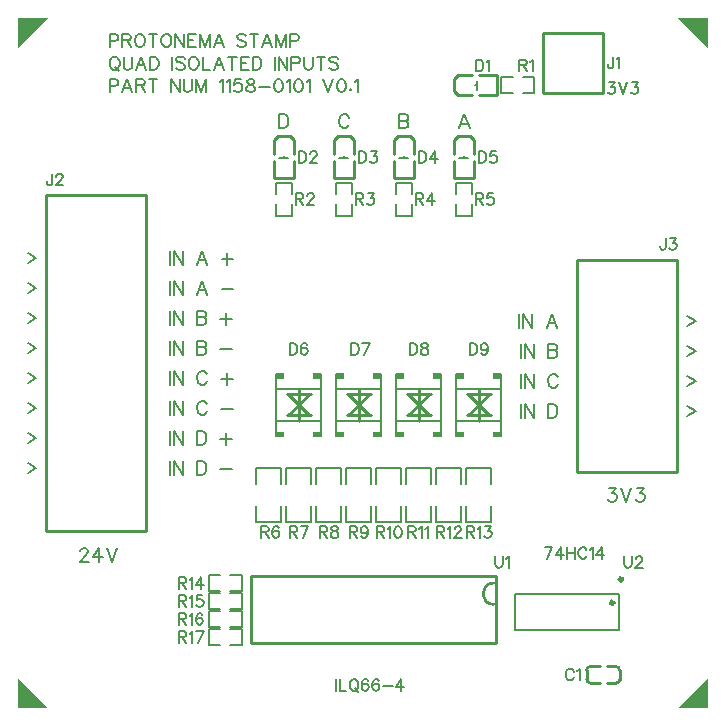
<source format=gto>
G04 Layer: TopSilkscreenLayer*
G04 Panelize: , Column: 2, Row: 2, Board Size: 58.42mm x 58.42mm, Panelized Board Size: 118.84mm x 118.84mm*
G04 EasyEDA v6.5.34, 2023-10-07 22:52:34*
G04 b7e43a5b2ceb43bf805b1727b84d9839,5a6b42c53f6a479593ecc07194224c93,10*
G04 Gerber Generator version 0.2*
G04 Scale: 100 percent, Rotated: No, Reflected: No *
G04 Dimensions in millimeters *
G04 leading zeros omitted , absolute positions ,4 integer and 5 decimal *
%FSLAX45Y45*%
%MOMM*%

%ADD10C,0.1524*%
%ADD11C,0.2540*%
%ADD12C,0.2030*%
%ADD13C,0.3000*%

%LPD*%
D10*
X774700Y5322315D02*
G01*
X774700Y5213350D01*
X774700Y5322315D02*
G01*
X821436Y5322315D01*
X836929Y5317236D01*
X842263Y5311902D01*
X847344Y5301487D01*
X847344Y5285994D01*
X842263Y5275579D01*
X836929Y5270500D01*
X821436Y5265165D01*
X774700Y5265165D01*
X923289Y5322315D02*
G01*
X881634Y5213350D01*
X923289Y5322315D02*
G01*
X964945Y5213350D01*
X897381Y5249671D02*
G01*
X949197Y5249671D01*
X999236Y5322315D02*
G01*
X999236Y5213350D01*
X999236Y5322315D02*
G01*
X1045971Y5322315D01*
X1061465Y5317236D01*
X1066800Y5311902D01*
X1071879Y5301487D01*
X1071879Y5291073D01*
X1066800Y5280660D01*
X1061465Y5275579D01*
X1045971Y5270500D01*
X999236Y5270500D01*
X1035557Y5270500D02*
G01*
X1071879Y5213350D01*
X1142492Y5322315D02*
G01*
X1142492Y5213350D01*
X1106170Y5322315D02*
G01*
X1178813Y5322315D01*
X1293113Y5322315D02*
G01*
X1293113Y5213350D01*
X1293113Y5322315D02*
G01*
X1366012Y5213350D01*
X1366012Y5322315D02*
G01*
X1366012Y5213350D01*
X1400302Y5322315D02*
G01*
X1400302Y5244337D01*
X1405381Y5228844D01*
X1415795Y5218429D01*
X1431289Y5213350D01*
X1441704Y5213350D01*
X1457452Y5218429D01*
X1467865Y5228844D01*
X1472945Y5244337D01*
X1472945Y5322315D01*
X1507236Y5322315D02*
G01*
X1507236Y5213350D01*
X1507236Y5322315D02*
G01*
X1548892Y5213350D01*
X1590294Y5322315D02*
G01*
X1548892Y5213350D01*
X1590294Y5322315D02*
G01*
X1590294Y5213350D01*
X1704594Y5301487D02*
G01*
X1715007Y5306821D01*
X1730755Y5322315D01*
X1730755Y5213350D01*
X1765045Y5301487D02*
G01*
X1775460Y5306821D01*
X1790954Y5322315D01*
X1790954Y5213350D01*
X1887473Y5322315D02*
G01*
X1835657Y5322315D01*
X1830323Y5275579D01*
X1835657Y5280660D01*
X1851152Y5285994D01*
X1866900Y5285994D01*
X1882394Y5280660D01*
X1892807Y5270500D01*
X1897887Y5254752D01*
X1897887Y5244337D01*
X1892807Y5228844D01*
X1882394Y5218429D01*
X1866900Y5213350D01*
X1851152Y5213350D01*
X1835657Y5218429D01*
X1830323Y5223510D01*
X1825244Y5233923D01*
X1958340Y5322315D02*
G01*
X1942591Y5317236D01*
X1937511Y5306821D01*
X1937511Y5296407D01*
X1942591Y5285994D01*
X1953006Y5280660D01*
X1973834Y5275579D01*
X1989327Y5270500D01*
X1999741Y5260086D01*
X2005075Y5249671D01*
X2005075Y5233923D01*
X1999741Y5223510D01*
X1994661Y5218429D01*
X1978913Y5213350D01*
X1958340Y5213350D01*
X1942591Y5218429D01*
X1937511Y5223510D01*
X1932177Y5233923D01*
X1932177Y5249671D01*
X1937511Y5260086D01*
X1947925Y5270500D01*
X1963420Y5275579D01*
X1984247Y5280660D01*
X1994661Y5285994D01*
X1999741Y5296407D01*
X1999741Y5306821D01*
X1994661Y5317236D01*
X1978913Y5322315D01*
X1958340Y5322315D01*
X2039365Y5260086D02*
G01*
X2132838Y5260086D01*
X2198370Y5322315D02*
G01*
X2182622Y5317236D01*
X2172208Y5301487D01*
X2167127Y5275579D01*
X2167127Y5260086D01*
X2172208Y5233923D01*
X2182622Y5218429D01*
X2198370Y5213350D01*
X2208529Y5213350D01*
X2224277Y5218429D01*
X2234691Y5233923D01*
X2239772Y5260086D01*
X2239772Y5275579D01*
X2234691Y5301487D01*
X2224277Y5317236D01*
X2208529Y5322315D01*
X2198370Y5322315D01*
X2274061Y5301487D02*
G01*
X2284475Y5306821D01*
X2299970Y5322315D01*
X2299970Y5213350D01*
X2365502Y5322315D02*
G01*
X2350008Y5317236D01*
X2339593Y5301487D01*
X2334259Y5275579D01*
X2334259Y5260086D01*
X2339593Y5233923D01*
X2350008Y5218429D01*
X2365502Y5213350D01*
X2375915Y5213350D01*
X2391409Y5218429D01*
X2401824Y5233923D01*
X2407158Y5260086D01*
X2407158Y5275579D01*
X2401824Y5301487D01*
X2391409Y5317236D01*
X2375915Y5322315D01*
X2365502Y5322315D01*
X2441447Y5301487D02*
G01*
X2451861Y5306821D01*
X2467356Y5322315D01*
X2467356Y5213350D01*
X2581656Y5322315D02*
G01*
X2623311Y5213350D01*
X2664713Y5322315D02*
G01*
X2623311Y5213350D01*
X2730245Y5322315D02*
G01*
X2714752Y5317236D01*
X2704338Y5301487D01*
X2699004Y5275579D01*
X2699004Y5260086D01*
X2704338Y5233923D01*
X2714752Y5218429D01*
X2730245Y5213350D01*
X2740659Y5213350D01*
X2756154Y5218429D01*
X2766568Y5233923D01*
X2771902Y5260086D01*
X2771902Y5275579D01*
X2766568Y5301487D01*
X2756154Y5317236D01*
X2740659Y5322315D01*
X2730245Y5322315D01*
X2811272Y5239257D02*
G01*
X2806191Y5233923D01*
X2811272Y5228844D01*
X2816606Y5233923D01*
X2811272Y5239257D01*
X2850895Y5301487D02*
G01*
X2861309Y5306821D01*
X2876804Y5322315D01*
X2876804Y5213350D01*
X805942Y5512815D02*
G01*
X795528Y5507736D01*
X785113Y5497321D01*
X779779Y5486907D01*
X774700Y5471160D01*
X774700Y5445252D01*
X779779Y5429757D01*
X785113Y5419344D01*
X795528Y5408929D01*
X805942Y5403850D01*
X826770Y5403850D01*
X836929Y5408929D01*
X847344Y5419344D01*
X852678Y5429757D01*
X857757Y5445252D01*
X857757Y5471160D01*
X852678Y5486907D01*
X847344Y5497321D01*
X836929Y5507736D01*
X826770Y5512815D01*
X805942Y5512815D01*
X821436Y5424423D02*
G01*
X852678Y5393436D01*
X892047Y5512815D02*
G01*
X892047Y5434837D01*
X897381Y5419344D01*
X907795Y5408929D01*
X923289Y5403850D01*
X933704Y5403850D01*
X949197Y5408929D01*
X959612Y5419344D01*
X964945Y5434837D01*
X964945Y5512815D01*
X1040637Y5512815D02*
G01*
X999236Y5403850D01*
X1040637Y5512815D02*
G01*
X1082294Y5403850D01*
X1014729Y5440171D02*
G01*
X1066800Y5440171D01*
X1116584Y5512815D02*
G01*
X1116584Y5403850D01*
X1116584Y5512815D02*
G01*
X1152905Y5512815D01*
X1168400Y5507736D01*
X1178813Y5497321D01*
X1184147Y5486907D01*
X1189228Y5471160D01*
X1189228Y5445252D01*
X1184147Y5429757D01*
X1178813Y5419344D01*
X1168400Y5408929D01*
X1152905Y5403850D01*
X1116584Y5403850D01*
X1303528Y5512815D02*
G01*
X1303528Y5403850D01*
X1410715Y5497321D02*
G01*
X1400302Y5507736D01*
X1384554Y5512815D01*
X1363979Y5512815D01*
X1348231Y5507736D01*
X1337818Y5497321D01*
X1337818Y5486907D01*
X1343152Y5476494D01*
X1348231Y5471160D01*
X1358645Y5466079D01*
X1389887Y5455665D01*
X1400302Y5450586D01*
X1405381Y5445252D01*
X1410715Y5434837D01*
X1410715Y5419344D01*
X1400302Y5408929D01*
X1384554Y5403850D01*
X1363979Y5403850D01*
X1348231Y5408929D01*
X1337818Y5419344D01*
X1475994Y5512815D02*
G01*
X1465579Y5507736D01*
X1455420Y5497321D01*
X1450086Y5486907D01*
X1445005Y5471160D01*
X1445005Y5445252D01*
X1450086Y5429757D01*
X1455420Y5419344D01*
X1465579Y5408929D01*
X1475994Y5403850D01*
X1496821Y5403850D01*
X1507236Y5408929D01*
X1517650Y5419344D01*
X1522729Y5429757D01*
X1528063Y5445252D01*
X1528063Y5471160D01*
X1522729Y5486907D01*
X1517650Y5497321D01*
X1507236Y5507736D01*
X1496821Y5512815D01*
X1475994Y5512815D01*
X1562354Y5512815D02*
G01*
X1562354Y5403850D01*
X1562354Y5403850D02*
G01*
X1624584Y5403850D01*
X1700529Y5512815D02*
G01*
X1658873Y5403850D01*
X1700529Y5512815D02*
G01*
X1742186Y5403850D01*
X1674621Y5440171D02*
G01*
X1726437Y5440171D01*
X1812797Y5512815D02*
G01*
X1812797Y5403850D01*
X1776476Y5512815D02*
G01*
X1849120Y5512815D01*
X1883410Y5512815D02*
G01*
X1883410Y5403850D01*
X1883410Y5512815D02*
G01*
X1950974Y5512815D01*
X1883410Y5461000D02*
G01*
X1925065Y5461000D01*
X1883410Y5403850D02*
G01*
X1950974Y5403850D01*
X1985263Y5512815D02*
G01*
X1985263Y5403850D01*
X1985263Y5512815D02*
G01*
X2021586Y5512815D01*
X2037079Y5507736D01*
X2047493Y5497321D01*
X2052827Y5486907D01*
X2057908Y5471160D01*
X2057908Y5445252D01*
X2052827Y5429757D01*
X2047493Y5419344D01*
X2037079Y5408929D01*
X2021586Y5403850D01*
X1985263Y5403850D01*
X2172208Y5512815D02*
G01*
X2172208Y5403850D01*
X2206497Y5512815D02*
G01*
X2206497Y5403850D01*
X2206497Y5512815D02*
G01*
X2279395Y5403850D01*
X2279395Y5512815D02*
G01*
X2279395Y5403850D01*
X2313686Y5512815D02*
G01*
X2313686Y5403850D01*
X2313686Y5512815D02*
G01*
X2360422Y5512815D01*
X2375915Y5507736D01*
X2381250Y5502402D01*
X2386329Y5491987D01*
X2386329Y5476494D01*
X2381250Y5466079D01*
X2375915Y5461000D01*
X2360422Y5455665D01*
X2313686Y5455665D01*
X2420620Y5512815D02*
G01*
X2420620Y5434837D01*
X2425700Y5419344D01*
X2436113Y5408929D01*
X2451861Y5403850D01*
X2462275Y5403850D01*
X2477770Y5408929D01*
X2488184Y5419344D01*
X2493263Y5434837D01*
X2493263Y5512815D01*
X2564129Y5512815D02*
G01*
X2564129Y5403850D01*
X2527554Y5512815D02*
G01*
X2600452Y5512815D01*
X2707386Y5497321D02*
G01*
X2696972Y5507736D01*
X2681477Y5512815D01*
X2660650Y5512815D01*
X2645156Y5507736D01*
X2634741Y5497321D01*
X2634741Y5486907D01*
X2639822Y5476494D01*
X2645156Y5471160D01*
X2655570Y5466079D01*
X2686558Y5455665D01*
X2696972Y5450586D01*
X2702306Y5445252D01*
X2707386Y5434837D01*
X2707386Y5419344D01*
X2696972Y5408929D01*
X2681477Y5403850D01*
X2660650Y5403850D01*
X2645156Y5408929D01*
X2634741Y5419344D01*
X774700Y5703315D02*
G01*
X774700Y5594350D01*
X774700Y5703315D02*
G01*
X821436Y5703315D01*
X836929Y5698236D01*
X842263Y5692902D01*
X847344Y5682487D01*
X847344Y5666994D01*
X842263Y5656579D01*
X836929Y5651500D01*
X821436Y5646165D01*
X774700Y5646165D01*
X881634Y5703315D02*
G01*
X881634Y5594350D01*
X881634Y5703315D02*
G01*
X928370Y5703315D01*
X944118Y5698236D01*
X949197Y5692902D01*
X954531Y5682487D01*
X954531Y5672073D01*
X949197Y5661660D01*
X944118Y5656579D01*
X928370Y5651500D01*
X881634Y5651500D01*
X918210Y5651500D02*
G01*
X954531Y5594350D01*
X1019810Y5703315D02*
G01*
X1009650Y5698236D01*
X999236Y5687821D01*
X993902Y5677407D01*
X988821Y5661660D01*
X988821Y5635752D01*
X993902Y5620257D01*
X999236Y5609844D01*
X1009650Y5599429D01*
X1019810Y5594350D01*
X1040637Y5594350D01*
X1051052Y5599429D01*
X1061465Y5609844D01*
X1066800Y5620257D01*
X1071879Y5635752D01*
X1071879Y5661660D01*
X1066800Y5677407D01*
X1061465Y5687821D01*
X1051052Y5698236D01*
X1040637Y5703315D01*
X1019810Y5703315D01*
X1142492Y5703315D02*
G01*
X1142492Y5594350D01*
X1106170Y5703315D02*
G01*
X1178813Y5703315D01*
X1244345Y5703315D02*
G01*
X1233931Y5698236D01*
X1223518Y5687821D01*
X1218437Y5677407D01*
X1213104Y5661660D01*
X1213104Y5635752D01*
X1218437Y5620257D01*
X1223518Y5609844D01*
X1233931Y5599429D01*
X1244345Y5594350D01*
X1265173Y5594350D01*
X1275587Y5599429D01*
X1286002Y5609844D01*
X1291081Y5620257D01*
X1296415Y5635752D01*
X1296415Y5661660D01*
X1291081Y5677407D01*
X1286002Y5687821D01*
X1275587Y5698236D01*
X1265173Y5703315D01*
X1244345Y5703315D01*
X1330705Y5703315D02*
G01*
X1330705Y5594350D01*
X1330705Y5703315D02*
G01*
X1403350Y5594350D01*
X1403350Y5703315D02*
G01*
X1403350Y5594350D01*
X1437639Y5703315D02*
G01*
X1437639Y5594350D01*
X1437639Y5703315D02*
G01*
X1505204Y5703315D01*
X1437639Y5651500D02*
G01*
X1479295Y5651500D01*
X1437639Y5594350D02*
G01*
X1505204Y5594350D01*
X1539494Y5703315D02*
G01*
X1539494Y5594350D01*
X1539494Y5703315D02*
G01*
X1581150Y5594350D01*
X1622552Y5703315D02*
G01*
X1581150Y5594350D01*
X1622552Y5703315D02*
G01*
X1622552Y5594350D01*
X1698497Y5703315D02*
G01*
X1656842Y5594350D01*
X1698497Y5703315D02*
G01*
X1739900Y5594350D01*
X1672589Y5630671D02*
G01*
X1724405Y5630671D01*
X1927097Y5687821D02*
G01*
X1916684Y5698236D01*
X1901189Y5703315D01*
X1880362Y5703315D01*
X1864613Y5698236D01*
X1854200Y5687821D01*
X1854200Y5677407D01*
X1859534Y5666994D01*
X1864613Y5661660D01*
X1875028Y5656579D01*
X1906270Y5646165D01*
X1916684Y5641086D01*
X1921763Y5635752D01*
X1927097Y5625337D01*
X1927097Y5609844D01*
X1916684Y5599429D01*
X1901189Y5594350D01*
X1880362Y5594350D01*
X1864613Y5599429D01*
X1854200Y5609844D01*
X1997709Y5703315D02*
G01*
X1997709Y5594350D01*
X1961388Y5703315D02*
G01*
X2034031Y5703315D01*
X2109977Y5703315D02*
G01*
X2068322Y5594350D01*
X2109977Y5703315D02*
G01*
X2151379Y5594350D01*
X2084070Y5630671D02*
G01*
X2135886Y5630671D01*
X2185670Y5703315D02*
G01*
X2185670Y5594350D01*
X2185670Y5703315D02*
G01*
X2227325Y5594350D01*
X2268981Y5703315D02*
G01*
X2227325Y5594350D01*
X2268981Y5703315D02*
G01*
X2268981Y5594350D01*
X2303272Y5703315D02*
G01*
X2303272Y5594350D01*
X2303272Y5703315D02*
G01*
X2350008Y5703315D01*
X2365502Y5698236D01*
X2370836Y5692902D01*
X2375915Y5682487D01*
X2375915Y5666994D01*
X2370836Y5656579D01*
X2365502Y5651500D01*
X2350008Y5646165D01*
X2303272Y5646165D01*
X5036565Y5511037D02*
G01*
X5036565Y5438394D01*
X5031993Y5424678D01*
X5027422Y5420105D01*
X5018277Y5415534D01*
X5009388Y5415534D01*
X5000243Y5420105D01*
X4995672Y5424678D01*
X4991100Y5438394D01*
X4991100Y5447537D01*
X5066538Y5493004D02*
G01*
X5075681Y5497576D01*
X5089397Y5511037D01*
X5089397Y5415534D01*
X5000243Y5295137D02*
G01*
X5050281Y5295137D01*
X5022850Y5258815D01*
X5036565Y5258815D01*
X5045709Y5254244D01*
X5050281Y5249671D01*
X5054854Y5236210D01*
X5054854Y5227065D01*
X5050281Y5213350D01*
X5041138Y5204205D01*
X5027422Y5199634D01*
X5013706Y5199634D01*
X5000243Y5204205D01*
X4995672Y5208778D01*
X4991100Y5217921D01*
X5084825Y5295137D02*
G01*
X5121147Y5199634D01*
X5157470Y5295137D02*
G01*
X5121147Y5199634D01*
X5196586Y5295137D02*
G01*
X5246624Y5295137D01*
X5219191Y5258815D01*
X5232908Y5258815D01*
X5242052Y5254244D01*
X5246624Y5249671D01*
X5251195Y5236210D01*
X5251195Y5227065D01*
X5246624Y5213350D01*
X5237479Y5204205D01*
X5223763Y5199634D01*
X5210302Y5199634D01*
X5196586Y5204205D01*
X5192013Y5208778D01*
X5187441Y5217921D01*
X5664200Y3313176D02*
G01*
X5736843Y3272281D01*
X5664200Y3231134D01*
X5664200Y2551176D02*
G01*
X5736843Y2510281D01*
X5664200Y2469134D01*
X5481065Y3974337D02*
G01*
X5481065Y3901694D01*
X5476493Y3887978D01*
X5471922Y3883405D01*
X5462777Y3878834D01*
X5453888Y3878834D01*
X5444743Y3883405D01*
X5440172Y3887978D01*
X5435600Y3901694D01*
X5435600Y3910837D01*
X5520181Y3974337D02*
G01*
X5570220Y3974337D01*
X5542788Y3938015D01*
X5556504Y3938015D01*
X5565647Y3933444D01*
X5570220Y3928871D01*
X5574791Y3915410D01*
X5574791Y3906265D01*
X5570220Y3892550D01*
X5561075Y3883405D01*
X5547359Y3878834D01*
X5533897Y3878834D01*
X5520181Y3883405D01*
X5515609Y3887978D01*
X5511038Y3897121D01*
X4241800Y3334257D02*
G01*
X4241800Y3219704D01*
X4277868Y3334257D02*
G01*
X4277868Y3219704D01*
X4277868Y3334257D02*
G01*
X4354068Y3219704D01*
X4354068Y3334257D02*
G01*
X4354068Y3219704D01*
X4517897Y3334257D02*
G01*
X4474209Y3219704D01*
X4517897Y3334257D02*
G01*
X4561331Y3219704D01*
X4490465Y3257804D02*
G01*
X4545075Y3257804D01*
X4254500Y3080257D02*
G01*
X4254500Y2965704D01*
X4290568Y3080257D02*
G01*
X4290568Y2965704D01*
X4290568Y3080257D02*
G01*
X4366768Y2965704D01*
X4366768Y3080257D02*
G01*
X4366768Y2965704D01*
X4486909Y3080257D02*
G01*
X4486909Y2965704D01*
X4486909Y3080257D02*
G01*
X4535931Y3080257D01*
X4552441Y3074670D01*
X4557775Y3069336D01*
X4563109Y3058413D01*
X4563109Y3047492D01*
X4557775Y3036570D01*
X4552441Y3030981D01*
X4535931Y3025647D01*
X4486909Y3025647D02*
G01*
X4535931Y3025647D01*
X4552441Y3020313D01*
X4557775Y3014726D01*
X4563109Y3003804D01*
X4563109Y2987547D01*
X4557775Y2976626D01*
X4552441Y2971037D01*
X4535931Y2965704D01*
X4486909Y2965704D01*
X5664200Y3059176D02*
G01*
X5736843Y3018281D01*
X5664200Y2977134D01*
X5664200Y2805176D02*
G01*
X5736843Y2764281D01*
X5664200Y2723134D01*
X4254500Y2826257D02*
G01*
X4254500Y2711704D01*
X4290568Y2826257D02*
G01*
X4290568Y2711704D01*
X4290568Y2826257D02*
G01*
X4366768Y2711704D01*
X4366768Y2826257D02*
G01*
X4366768Y2711704D01*
X4568697Y2798826D02*
G01*
X4563109Y2809747D01*
X4552441Y2820670D01*
X4541520Y2826257D01*
X4519675Y2826257D01*
X4508754Y2820670D01*
X4497831Y2809747D01*
X4492243Y2798826D01*
X4486909Y2782570D01*
X4486909Y2755392D01*
X4492243Y2738881D01*
X4497831Y2727960D01*
X4508754Y2717037D01*
X4519675Y2711704D01*
X4541520Y2711704D01*
X4552441Y2717037D01*
X4563109Y2727960D01*
X4568697Y2738881D01*
X4254500Y2572257D02*
G01*
X4254500Y2457704D01*
X4290568Y2572257D02*
G01*
X4290568Y2457704D01*
X4290568Y2572257D02*
G01*
X4366768Y2457704D01*
X4366768Y2572257D02*
G01*
X4366768Y2457704D01*
X4486909Y2572257D02*
G01*
X4486909Y2457704D01*
X4486909Y2572257D02*
G01*
X4525009Y2572257D01*
X4541520Y2566670D01*
X4552441Y2555747D01*
X4557775Y2544826D01*
X4563109Y2528570D01*
X4563109Y2501392D01*
X4557775Y2484881D01*
X4552441Y2473960D01*
X4541520Y2463037D01*
X4525009Y2457704D01*
X4486909Y2457704D01*
X79827Y3004118D02*
G01*
X152471Y3045012D01*
X79827Y3085906D01*
X79827Y1988118D02*
G01*
X152471Y2029012D01*
X79827Y2069906D01*
X79827Y2242118D02*
G01*
X152471Y2283012D01*
X79827Y2323906D01*
X79827Y2750118D02*
G01*
X152471Y2791012D01*
X79827Y2831906D01*
X79827Y3512118D02*
G01*
X152471Y3553012D01*
X79827Y3593906D01*
X79827Y3766118D02*
G01*
X152471Y3807012D01*
X79827Y3847906D01*
X286765Y4520437D02*
G01*
X286765Y4447794D01*
X282194Y4434078D01*
X277621Y4429505D01*
X268478Y4424934D01*
X259587Y4424934D01*
X250444Y4429505D01*
X245871Y4434078D01*
X241300Y4447794D01*
X241300Y4456937D01*
X321310Y4497831D02*
G01*
X321310Y4502404D01*
X325881Y4511294D01*
X330454Y4515865D01*
X339597Y4520437D01*
X357631Y4520437D01*
X366776Y4515865D01*
X371347Y4511294D01*
X375920Y4502404D01*
X375920Y4493260D01*
X371347Y4484115D01*
X362204Y4470400D01*
X316737Y4424934D01*
X380492Y4424934D01*
X79827Y3258118D02*
G01*
X152471Y3299012D01*
X79827Y3339906D01*
X79827Y2496118D02*
G01*
X152471Y2537012D01*
X79827Y2577906D01*
X1282700Y3867657D02*
G01*
X1282700Y3753104D01*
X1318768Y3867657D02*
G01*
X1318768Y3753104D01*
X1318768Y3867657D02*
G01*
X1394968Y3753104D01*
X1394968Y3867657D02*
G01*
X1394968Y3753104D01*
X1558797Y3867657D02*
G01*
X1515110Y3753104D01*
X1558797Y3867657D02*
G01*
X1602231Y3753104D01*
X1531365Y3791204D02*
G01*
X1585976Y3791204D01*
X1771395Y3851147D02*
G01*
X1771395Y3753104D01*
X1722373Y3802126D02*
G01*
X1820418Y3802126D01*
X1282700Y3613657D02*
G01*
X1282700Y3499104D01*
X1318768Y3613657D02*
G01*
X1318768Y3499104D01*
X1318768Y3613657D02*
G01*
X1394968Y3499104D01*
X1394968Y3613657D02*
G01*
X1394968Y3499104D01*
X1558797Y3613657D02*
G01*
X1515110Y3499104D01*
X1558797Y3613657D02*
G01*
X1602231Y3499104D01*
X1531365Y3537204D02*
G01*
X1585976Y3537204D01*
X1722373Y3548126D02*
G01*
X1820418Y3548126D01*
X1282700Y3359657D02*
G01*
X1282700Y3245104D01*
X1318768Y3359657D02*
G01*
X1318768Y3245104D01*
X1318768Y3359657D02*
G01*
X1394968Y3245104D01*
X1394968Y3359657D02*
G01*
X1394968Y3245104D01*
X1515110Y3359657D02*
G01*
X1515110Y3245104D01*
X1515110Y3359657D02*
G01*
X1564131Y3359657D01*
X1580642Y3354070D01*
X1585976Y3348736D01*
X1591310Y3337813D01*
X1591310Y3326892D01*
X1585976Y3315970D01*
X1580642Y3310381D01*
X1564131Y3305047D01*
X1515110Y3305047D02*
G01*
X1564131Y3305047D01*
X1580642Y3299713D01*
X1585976Y3294126D01*
X1591310Y3283204D01*
X1591310Y3266947D01*
X1585976Y3256026D01*
X1580642Y3250437D01*
X1564131Y3245104D01*
X1515110Y3245104D01*
X1760473Y3343147D02*
G01*
X1760473Y3245104D01*
X1711452Y3294126D02*
G01*
X1809495Y3294126D01*
X1282700Y3105657D02*
G01*
X1282700Y2991104D01*
X1318768Y3105657D02*
G01*
X1318768Y2991104D01*
X1318768Y3105657D02*
G01*
X1394968Y2991104D01*
X1394968Y3105657D02*
G01*
X1394968Y2991104D01*
X1515110Y3105657D02*
G01*
X1515110Y2991104D01*
X1515110Y3105657D02*
G01*
X1564131Y3105657D01*
X1580642Y3100070D01*
X1585976Y3094736D01*
X1591310Y3083813D01*
X1591310Y3072892D01*
X1585976Y3061970D01*
X1580642Y3056381D01*
X1564131Y3051047D01*
X1515110Y3051047D02*
G01*
X1564131Y3051047D01*
X1580642Y3045713D01*
X1585976Y3040126D01*
X1591310Y3029204D01*
X1591310Y3012947D01*
X1585976Y3002026D01*
X1580642Y2996437D01*
X1564131Y2991104D01*
X1515110Y2991104D01*
X1711452Y3040126D02*
G01*
X1809495Y3040126D01*
X1282700Y2851657D02*
G01*
X1282700Y2737104D01*
X1318768Y2851657D02*
G01*
X1318768Y2737104D01*
X1318768Y2851657D02*
G01*
X1394968Y2737104D01*
X1394968Y2851657D02*
G01*
X1394968Y2737104D01*
X1596897Y2824226D02*
G01*
X1591310Y2835147D01*
X1580642Y2846070D01*
X1569720Y2851657D01*
X1547876Y2851657D01*
X1536954Y2846070D01*
X1526031Y2835147D01*
X1520444Y2824226D01*
X1515110Y2807970D01*
X1515110Y2780792D01*
X1520444Y2764281D01*
X1526031Y2753360D01*
X1536954Y2742437D01*
X1547876Y2737104D01*
X1569720Y2737104D01*
X1580642Y2742437D01*
X1591310Y2753360D01*
X1596897Y2764281D01*
X1766062Y2835147D02*
G01*
X1766062Y2737104D01*
X1716786Y2786126D02*
G01*
X1815084Y2786126D01*
X1282700Y2597657D02*
G01*
X1282700Y2483104D01*
X1318768Y2597657D02*
G01*
X1318768Y2483104D01*
X1318768Y2597657D02*
G01*
X1394968Y2483104D01*
X1394968Y2597657D02*
G01*
X1394968Y2483104D01*
X1596897Y2570226D02*
G01*
X1591310Y2581147D01*
X1580642Y2592070D01*
X1569720Y2597657D01*
X1547876Y2597657D01*
X1536954Y2592070D01*
X1526031Y2581147D01*
X1520444Y2570226D01*
X1515110Y2553970D01*
X1515110Y2526792D01*
X1520444Y2510281D01*
X1526031Y2499360D01*
X1536954Y2488437D01*
X1547876Y2483104D01*
X1569720Y2483104D01*
X1580642Y2488437D01*
X1591310Y2499360D01*
X1596897Y2510281D01*
X1716786Y2532126D02*
G01*
X1815084Y2532126D01*
X1282700Y2343657D02*
G01*
X1282700Y2229104D01*
X1318768Y2343657D02*
G01*
X1318768Y2229104D01*
X1318768Y2343657D02*
G01*
X1394968Y2229104D01*
X1394968Y2343657D02*
G01*
X1394968Y2229104D01*
X1515110Y2343657D02*
G01*
X1515110Y2229104D01*
X1515110Y2343657D02*
G01*
X1553210Y2343657D01*
X1569720Y2338070D01*
X1580642Y2327147D01*
X1585976Y2316226D01*
X1591310Y2299970D01*
X1591310Y2272792D01*
X1585976Y2256281D01*
X1580642Y2245360D01*
X1569720Y2234437D01*
X1553210Y2229104D01*
X1515110Y2229104D01*
X1760473Y2327147D02*
G01*
X1760473Y2229104D01*
X1711452Y2278126D02*
G01*
X1809495Y2278126D01*
X1282700Y2089657D02*
G01*
X1282700Y1975104D01*
X1318768Y2089657D02*
G01*
X1318768Y1975104D01*
X1318768Y2089657D02*
G01*
X1394968Y1975104D01*
X1394968Y2089657D02*
G01*
X1394968Y1975104D01*
X1515110Y2089657D02*
G01*
X1515110Y1975104D01*
X1515110Y2089657D02*
G01*
X1553210Y2089657D01*
X1569720Y2084070D01*
X1580642Y2073147D01*
X1585976Y2062226D01*
X1591310Y2045970D01*
X1591310Y2018792D01*
X1585976Y2002281D01*
X1580642Y1991360D01*
X1569720Y1980437D01*
X1553210Y1975104D01*
X1515110Y1975104D01*
X1711452Y2024126D02*
G01*
X1809495Y2024126D01*
X4038600Y1281937D02*
G01*
X4038600Y1213865D01*
X4043172Y1200150D01*
X4052315Y1191005D01*
X4065777Y1186434D01*
X4074922Y1186434D01*
X4088638Y1191005D01*
X4097781Y1200150D01*
X4102354Y1213865D01*
X4102354Y1281937D01*
X4132325Y1263904D02*
G01*
X4141215Y1268476D01*
X4154931Y1281937D01*
X4154931Y1186434D01*
X2692400Y240639D02*
G01*
X2692400Y145135D01*
X2722372Y240639D02*
G01*
X2722372Y145135D01*
X2722372Y145135D02*
G01*
X2776981Y145135D01*
X2834131Y240639D02*
G01*
X2825241Y236067D01*
X2816097Y227177D01*
X2811525Y218033D01*
X2806954Y204317D01*
X2806954Y181711D01*
X2811525Y167995D01*
X2816097Y158851D01*
X2825241Y149707D01*
X2834131Y145135D01*
X2852420Y145135D01*
X2861563Y149707D01*
X2870708Y158851D01*
X2875025Y167995D01*
X2879597Y181711D01*
X2879597Y204317D01*
X2875025Y218033D01*
X2870708Y227177D01*
X2861563Y236067D01*
X2852420Y240639D01*
X2834131Y240639D01*
X2847847Y163423D02*
G01*
X2875025Y136245D01*
X2964179Y227177D02*
G01*
X2959608Y236067D01*
X2946145Y240639D01*
X2937002Y240639D01*
X2923286Y236067D01*
X2914141Y222605D01*
X2909570Y199745D01*
X2909570Y177139D01*
X2914141Y158851D01*
X2923286Y149707D01*
X2937002Y145135D01*
X2941574Y145135D01*
X2955036Y149707D01*
X2964179Y158851D01*
X2968752Y172567D01*
X2968752Y177139D01*
X2964179Y190601D01*
X2955036Y199745D01*
X2941574Y204317D01*
X2937002Y204317D01*
X2923286Y199745D01*
X2914141Y190601D01*
X2909570Y177139D01*
X3053334Y227177D02*
G01*
X3048761Y236067D01*
X3035045Y240639D01*
X3026156Y240639D01*
X3012440Y236067D01*
X3003295Y222605D01*
X2998724Y199745D01*
X2998724Y177139D01*
X3003295Y158851D01*
X3012440Y149707D01*
X3026156Y145135D01*
X3030474Y145135D01*
X3044190Y149707D01*
X3053334Y158851D01*
X3057906Y172567D01*
X3057906Y177139D01*
X3053334Y190601D01*
X3044190Y199745D01*
X3030474Y204317D01*
X3026156Y204317D01*
X3012440Y199745D01*
X3003295Y190601D01*
X2998724Y177139D01*
X3087877Y186283D02*
G01*
X3169665Y186283D01*
X3245104Y240639D02*
G01*
X3199638Y177139D01*
X3267963Y177139D01*
X3245104Y240639D02*
G01*
X3245104Y145135D01*
X4521454Y1358137D02*
G01*
X4475988Y1262634D01*
X4457700Y1358137D02*
G01*
X4521454Y1358137D01*
X4596891Y1358137D02*
G01*
X4551425Y1294637D01*
X4619497Y1294637D01*
X4596891Y1358137D02*
G01*
X4596891Y1262634D01*
X4649470Y1358137D02*
G01*
X4649470Y1262634D01*
X4713224Y1358137D02*
G01*
X4713224Y1262634D01*
X4649470Y1312671D02*
G01*
X4713224Y1312671D01*
X4811268Y1335531D02*
G01*
X4806695Y1344676D01*
X4797806Y1353565D01*
X4788661Y1358137D01*
X4770374Y1358137D01*
X4761229Y1353565D01*
X4752340Y1344676D01*
X4747768Y1335531D01*
X4743195Y1321815D01*
X4743195Y1299210D01*
X4747768Y1285494D01*
X4752340Y1276350D01*
X4761229Y1267205D01*
X4770374Y1262634D01*
X4788661Y1262634D01*
X4797806Y1267205D01*
X4806695Y1276350D01*
X4811268Y1285494D01*
X4841240Y1340104D02*
G01*
X4850384Y1344676D01*
X4864100Y1358137D01*
X4864100Y1262634D01*
X4939538Y1358137D02*
G01*
X4894072Y1294637D01*
X4962143Y1294637D01*
X4939538Y1358137D02*
G01*
X4939538Y1262634D01*
X3777488Y5023357D02*
G01*
X3733800Y4908804D01*
X3777488Y5023357D02*
G01*
X3821175Y4908804D01*
X3750056Y4946904D02*
G01*
X3804665Y4946904D01*
X3225800Y5023357D02*
G01*
X3225800Y4908804D01*
X3225800Y5023357D02*
G01*
X3274822Y5023357D01*
X3291331Y5017770D01*
X3296665Y5012436D01*
X3302254Y5001513D01*
X3302254Y4990592D01*
X3296665Y4979670D01*
X3291331Y4974081D01*
X3274822Y4968747D01*
X3225800Y4968747D02*
G01*
X3274822Y4968747D01*
X3291331Y4963413D01*
X3296665Y4957826D01*
X3302254Y4946904D01*
X3302254Y4930647D01*
X3296665Y4919726D01*
X3291331Y4914137D01*
X3274822Y4908804D01*
X3225800Y4908804D01*
X2799588Y4995926D02*
G01*
X2794254Y5006847D01*
X2783331Y5017770D01*
X2772409Y5023357D01*
X2750565Y5023357D01*
X2739643Y5017770D01*
X2728722Y5006847D01*
X2723134Y4995926D01*
X2717800Y4979670D01*
X2717800Y4952492D01*
X2723134Y4935981D01*
X2728722Y4925060D01*
X2739643Y4914137D01*
X2750565Y4908804D01*
X2772409Y4908804D01*
X2783331Y4914137D01*
X2794254Y4925060D01*
X2799588Y4935981D01*
X2209800Y5023357D02*
G01*
X2209800Y4908804D01*
X2209800Y5023357D02*
G01*
X2247900Y5023357D01*
X2264409Y5017770D01*
X2275331Y5006847D01*
X2280665Y4995926D01*
X2286254Y4979670D01*
X2286254Y4952492D01*
X2280665Y4935981D01*
X2275331Y4925060D01*
X2264409Y4914137D01*
X2247900Y4908804D01*
X2209800Y4908804D01*
X526034Y1325626D02*
G01*
X526034Y1331213D01*
X531621Y1342136D01*
X536955Y1347470D01*
X547878Y1353057D01*
X569721Y1353057D01*
X580644Y1347470D01*
X586231Y1342136D01*
X591565Y1331213D01*
X591565Y1320292D01*
X586231Y1309370D01*
X575310Y1293113D01*
X520700Y1238504D01*
X597154Y1238504D01*
X687578Y1353057D02*
G01*
X632968Y1276604D01*
X714755Y1276604D01*
X687578Y1353057D02*
G01*
X687578Y1238504D01*
X750823Y1353057D02*
G01*
X794512Y1238504D01*
X838200Y1353057D02*
G01*
X794512Y1238504D01*
X5002022Y1861057D02*
G01*
X5061965Y1861057D01*
X5029200Y1817370D01*
X5045709Y1817370D01*
X5056631Y1811781D01*
X5061965Y1806447D01*
X5067554Y1790192D01*
X5067554Y1779270D01*
X5061965Y1762760D01*
X5051043Y1751837D01*
X5034788Y1746504D01*
X5018277Y1746504D01*
X5002022Y1751837D01*
X4996434Y1757426D01*
X4991100Y1768347D01*
X5103368Y1861057D02*
G01*
X5147056Y1746504D01*
X5190743Y1861057D02*
G01*
X5147056Y1746504D01*
X5237734Y1861057D02*
G01*
X5297677Y1861057D01*
X5264911Y1817370D01*
X5281168Y1817370D01*
X5292090Y1811781D01*
X5297677Y1806447D01*
X5303011Y1790192D01*
X5303011Y1779270D01*
X5297677Y1762760D01*
X5286756Y1751837D01*
X5270245Y1746504D01*
X5253990Y1746504D01*
X5237734Y1751837D01*
X5232145Y1757426D01*
X5226811Y1768347D01*
X3797300Y1535937D02*
G01*
X3797300Y1440434D01*
X3797300Y1535937D02*
G01*
X3838193Y1535937D01*
X3851909Y1531365D01*
X3856481Y1526794D01*
X3861054Y1517904D01*
X3861054Y1508760D01*
X3856481Y1499615D01*
X3851909Y1495044D01*
X3838193Y1490471D01*
X3797300Y1490471D01*
X3829050Y1490471D02*
G01*
X3861054Y1440434D01*
X3891025Y1517904D02*
G01*
X3899915Y1522476D01*
X3913631Y1535937D01*
X3913631Y1440434D01*
X3952747Y1535937D02*
G01*
X4002786Y1535937D01*
X3975608Y1499615D01*
X3989070Y1499615D01*
X3998213Y1495044D01*
X4002786Y1490471D01*
X4007358Y1477010D01*
X4007358Y1467865D01*
X4002786Y1454150D01*
X3993641Y1445005D01*
X3979925Y1440434D01*
X3966463Y1440434D01*
X3952747Y1445005D01*
X3948175Y1449578D01*
X3943604Y1458721D01*
X3543300Y1535937D02*
G01*
X3543300Y1440434D01*
X3543300Y1535937D02*
G01*
X3584193Y1535937D01*
X3597909Y1531365D01*
X3602481Y1526794D01*
X3607054Y1517904D01*
X3607054Y1508760D01*
X3602481Y1499615D01*
X3597909Y1495044D01*
X3584193Y1490471D01*
X3543300Y1490471D01*
X3575050Y1490471D02*
G01*
X3607054Y1440434D01*
X3637025Y1517904D02*
G01*
X3645915Y1522476D01*
X3659631Y1535937D01*
X3659631Y1440434D01*
X3694175Y1513331D02*
G01*
X3694175Y1517904D01*
X3698747Y1526794D01*
X3703320Y1531365D01*
X3712463Y1535937D01*
X3730497Y1535937D01*
X3739641Y1531365D01*
X3744213Y1526794D01*
X3748786Y1517904D01*
X3748786Y1508760D01*
X3744213Y1499615D01*
X3735070Y1485900D01*
X3689604Y1440434D01*
X3753358Y1440434D01*
X3302000Y1535937D02*
G01*
X3302000Y1440434D01*
X3302000Y1535937D02*
G01*
X3342893Y1535937D01*
X3356609Y1531365D01*
X3361181Y1526794D01*
X3365754Y1517904D01*
X3365754Y1508760D01*
X3361181Y1499615D01*
X3356609Y1495044D01*
X3342893Y1490471D01*
X3302000Y1490471D01*
X3333750Y1490471D02*
G01*
X3365754Y1440434D01*
X3395725Y1517904D02*
G01*
X3404615Y1522476D01*
X3418331Y1535937D01*
X3418331Y1440434D01*
X3448304Y1517904D02*
G01*
X3457447Y1522476D01*
X3471163Y1535937D01*
X3471163Y1440434D01*
X3035300Y1535937D02*
G01*
X3035300Y1440434D01*
X3035300Y1535937D02*
G01*
X3076193Y1535937D01*
X3089909Y1531365D01*
X3094481Y1526794D01*
X3099054Y1517904D01*
X3099054Y1508760D01*
X3094481Y1499615D01*
X3089909Y1495044D01*
X3076193Y1490471D01*
X3035300Y1490471D01*
X3067050Y1490471D02*
G01*
X3099054Y1440434D01*
X3129025Y1517904D02*
G01*
X3137915Y1522476D01*
X3151631Y1535937D01*
X3151631Y1440434D01*
X3209036Y1535937D02*
G01*
X3195320Y1531365D01*
X3186175Y1517904D01*
X3181604Y1495044D01*
X3181604Y1481581D01*
X3186175Y1458721D01*
X3195320Y1445005D01*
X3209036Y1440434D01*
X3217925Y1440434D01*
X3231641Y1445005D01*
X3240786Y1458721D01*
X3245358Y1481581D01*
X3245358Y1495044D01*
X3240786Y1517904D01*
X3231641Y1531365D01*
X3217925Y1535937D01*
X3209036Y1535937D01*
X2057400Y1535937D02*
G01*
X2057400Y1440434D01*
X2057400Y1535937D02*
G01*
X2098293Y1535937D01*
X2112009Y1531365D01*
X2116581Y1526794D01*
X2121154Y1517904D01*
X2121154Y1508760D01*
X2116581Y1499615D01*
X2112009Y1495044D01*
X2098293Y1490471D01*
X2057400Y1490471D01*
X2089150Y1490471D02*
G01*
X2121154Y1440434D01*
X2205481Y1522476D02*
G01*
X2200909Y1531365D01*
X2187447Y1535937D01*
X2178304Y1535937D01*
X2164588Y1531365D01*
X2155697Y1517904D01*
X2151125Y1495044D01*
X2151125Y1472437D01*
X2155697Y1454150D01*
X2164588Y1445005D01*
X2178304Y1440434D01*
X2182875Y1440434D01*
X2196591Y1445005D01*
X2205481Y1454150D01*
X2210054Y1467865D01*
X2210054Y1472437D01*
X2205481Y1485900D01*
X2196591Y1495044D01*
X2182875Y1499615D01*
X2178304Y1499615D01*
X2164588Y1495044D01*
X2155697Y1485900D01*
X2151125Y1472437D01*
X2298700Y1535937D02*
G01*
X2298700Y1440434D01*
X2298700Y1535937D02*
G01*
X2339593Y1535937D01*
X2353309Y1531365D01*
X2357881Y1526794D01*
X2362454Y1517904D01*
X2362454Y1508760D01*
X2357881Y1499615D01*
X2353309Y1495044D01*
X2339593Y1490471D01*
X2298700Y1490471D01*
X2330450Y1490471D02*
G01*
X2362454Y1440434D01*
X2455925Y1535937D02*
G01*
X2410459Y1440434D01*
X2392425Y1535937D02*
G01*
X2455925Y1535937D01*
X2552700Y1535937D02*
G01*
X2552700Y1440434D01*
X2552700Y1535937D02*
G01*
X2593593Y1535937D01*
X2607309Y1531365D01*
X2611881Y1526794D01*
X2616454Y1517904D01*
X2616454Y1508760D01*
X2611881Y1499615D01*
X2607309Y1495044D01*
X2593593Y1490471D01*
X2552700Y1490471D01*
X2584450Y1490471D02*
G01*
X2616454Y1440434D01*
X2669031Y1535937D02*
G01*
X2655315Y1531365D01*
X2650997Y1522476D01*
X2650997Y1513331D01*
X2655315Y1504187D01*
X2664459Y1499615D01*
X2682747Y1495044D01*
X2696209Y1490471D01*
X2705354Y1481581D01*
X2709925Y1472437D01*
X2709925Y1458721D01*
X2705354Y1449578D01*
X2700781Y1445005D01*
X2687320Y1440434D01*
X2669031Y1440434D01*
X2655315Y1445005D01*
X2650997Y1449578D01*
X2646425Y1458721D01*
X2646425Y1472437D01*
X2650997Y1481581D01*
X2659888Y1490471D01*
X2673604Y1495044D01*
X2691891Y1499615D01*
X2700781Y1504187D01*
X2705354Y1513331D01*
X2705354Y1522476D01*
X2700781Y1531365D01*
X2687320Y1535937D01*
X2669031Y1535937D01*
X2806700Y1535937D02*
G01*
X2806700Y1440434D01*
X2806700Y1535937D02*
G01*
X2847593Y1535937D01*
X2861309Y1531365D01*
X2865881Y1526794D01*
X2870454Y1517904D01*
X2870454Y1508760D01*
X2865881Y1499615D01*
X2861309Y1495044D01*
X2847593Y1490471D01*
X2806700Y1490471D01*
X2838450Y1490471D02*
G01*
X2870454Y1440434D01*
X2959354Y1504187D02*
G01*
X2954781Y1490471D01*
X2945891Y1481581D01*
X2932175Y1477010D01*
X2927604Y1477010D01*
X2913888Y1481581D01*
X2904997Y1490471D01*
X2900425Y1504187D01*
X2900425Y1508760D01*
X2904997Y1522476D01*
X2913888Y1531365D01*
X2927604Y1535937D01*
X2932175Y1535937D01*
X2945891Y1531365D01*
X2954781Y1522476D01*
X2959354Y1504187D01*
X2959354Y1481581D01*
X2954781Y1458721D01*
X2945891Y1445005D01*
X2932175Y1440434D01*
X2923031Y1440434D01*
X2909315Y1445005D01*
X2904997Y1454150D01*
X1358900Y1104137D02*
G01*
X1358900Y1008634D01*
X1358900Y1104137D02*
G01*
X1399794Y1104137D01*
X1413510Y1099565D01*
X1418081Y1094994D01*
X1422654Y1086104D01*
X1422654Y1076960D01*
X1418081Y1067815D01*
X1413510Y1063244D01*
X1399794Y1058671D01*
X1358900Y1058671D01*
X1390650Y1058671D02*
G01*
X1422654Y1008634D01*
X1452626Y1086104D02*
G01*
X1461515Y1090676D01*
X1475231Y1104137D01*
X1475231Y1008634D01*
X1550670Y1104137D02*
G01*
X1505204Y1040637D01*
X1573529Y1040637D01*
X1550670Y1104137D02*
G01*
X1550670Y1008634D01*
X1358900Y951737D02*
G01*
X1358900Y856234D01*
X1358900Y951737D02*
G01*
X1399794Y951737D01*
X1413510Y947165D01*
X1418081Y942594D01*
X1422654Y933704D01*
X1422654Y924560D01*
X1418081Y915415D01*
X1413510Y910844D01*
X1399794Y906271D01*
X1358900Y906271D01*
X1390650Y906271D02*
G01*
X1422654Y856234D01*
X1452626Y933704D02*
G01*
X1461515Y938276D01*
X1475231Y951737D01*
X1475231Y856234D01*
X1559813Y951737D02*
G01*
X1514347Y951737D01*
X1509776Y910844D01*
X1514347Y915415D01*
X1528063Y919987D01*
X1541526Y919987D01*
X1555242Y915415D01*
X1564386Y906271D01*
X1568957Y892810D01*
X1568957Y883665D01*
X1564386Y869950D01*
X1555242Y860805D01*
X1541526Y856234D01*
X1528063Y856234D01*
X1514347Y860805D01*
X1509776Y865378D01*
X1505204Y874521D01*
X1358900Y799337D02*
G01*
X1358900Y703834D01*
X1358900Y799337D02*
G01*
X1399794Y799337D01*
X1413510Y794765D01*
X1418081Y790194D01*
X1422654Y781304D01*
X1422654Y772160D01*
X1418081Y763015D01*
X1413510Y758444D01*
X1399794Y753871D01*
X1358900Y753871D01*
X1390650Y753871D02*
G01*
X1422654Y703834D01*
X1452626Y781304D02*
G01*
X1461515Y785876D01*
X1475231Y799337D01*
X1475231Y703834D01*
X1559813Y785876D02*
G01*
X1555242Y794765D01*
X1541526Y799337D01*
X1532636Y799337D01*
X1518920Y794765D01*
X1509776Y781304D01*
X1505204Y758444D01*
X1505204Y735837D01*
X1509776Y717550D01*
X1518920Y708405D01*
X1532636Y703834D01*
X1537207Y703834D01*
X1550670Y708405D01*
X1559813Y717550D01*
X1564386Y731265D01*
X1564386Y735837D01*
X1559813Y749300D01*
X1550670Y758444D01*
X1537207Y763015D01*
X1532636Y763015D01*
X1518920Y758444D01*
X1509776Y749300D01*
X1505204Y735837D01*
X1358900Y646937D02*
G01*
X1358900Y551434D01*
X1358900Y646937D02*
G01*
X1399794Y646937D01*
X1413510Y642365D01*
X1418081Y637794D01*
X1422654Y628904D01*
X1422654Y619760D01*
X1418081Y610615D01*
X1413510Y606044D01*
X1399794Y601471D01*
X1358900Y601471D01*
X1390650Y601471D02*
G01*
X1422654Y551434D01*
X1452626Y628904D02*
G01*
X1461515Y633476D01*
X1475231Y646937D01*
X1475231Y551434D01*
X1568957Y646937D02*
G01*
X1523492Y551434D01*
X1505204Y646937D02*
G01*
X1568957Y646937D01*
X3314700Y3085337D02*
G01*
X3314700Y2989834D01*
X3314700Y3085337D02*
G01*
X3346450Y3085337D01*
X3360165Y3080765D01*
X3369309Y3071876D01*
X3373881Y3062731D01*
X3378454Y3049015D01*
X3378454Y3026410D01*
X3373881Y3012694D01*
X3369309Y3003550D01*
X3360165Y2994405D01*
X3346450Y2989834D01*
X3314700Y2989834D01*
X3431031Y3085337D02*
G01*
X3417315Y3080765D01*
X3412997Y3071876D01*
X3412997Y3062731D01*
X3417315Y3053587D01*
X3426459Y3049015D01*
X3444747Y3044444D01*
X3458209Y3039871D01*
X3467354Y3030981D01*
X3471925Y3021837D01*
X3471925Y3008121D01*
X3467354Y2998978D01*
X3462781Y2994405D01*
X3449320Y2989834D01*
X3431031Y2989834D01*
X3417315Y2994405D01*
X3412997Y2998978D01*
X3408425Y3008121D01*
X3408425Y3021837D01*
X3412997Y3030981D01*
X3421888Y3039871D01*
X3435604Y3044444D01*
X3453891Y3049015D01*
X3462781Y3053587D01*
X3467354Y3062731D01*
X3467354Y3071876D01*
X3462781Y3080765D01*
X3449320Y3085337D01*
X3431031Y3085337D01*
X2819400Y3085337D02*
G01*
X2819400Y2989834D01*
X2819400Y3085337D02*
G01*
X2851150Y3085337D01*
X2864865Y3080765D01*
X2874009Y3071876D01*
X2878581Y3062731D01*
X2883154Y3049015D01*
X2883154Y3026410D01*
X2878581Y3012694D01*
X2874009Y3003550D01*
X2864865Y2994405D01*
X2851150Y2989834D01*
X2819400Y2989834D01*
X2976625Y3085337D02*
G01*
X2931159Y2989834D01*
X2913125Y3085337D02*
G01*
X2976625Y3085337D01*
X2298700Y3085337D02*
G01*
X2298700Y2989834D01*
X2298700Y3085337D02*
G01*
X2330450Y3085337D01*
X2344165Y3080765D01*
X2353309Y3071876D01*
X2357881Y3062731D01*
X2362454Y3049015D01*
X2362454Y3026410D01*
X2357881Y3012694D01*
X2353309Y3003550D01*
X2344165Y2994405D01*
X2330450Y2989834D01*
X2298700Y2989834D01*
X2446781Y3071876D02*
G01*
X2442209Y3080765D01*
X2428747Y3085337D01*
X2419604Y3085337D01*
X2405888Y3080765D01*
X2396997Y3067304D01*
X2392425Y3044444D01*
X2392425Y3021837D01*
X2396997Y3003550D01*
X2405888Y2994405D01*
X2419604Y2989834D01*
X2424175Y2989834D01*
X2437891Y2994405D01*
X2446781Y3003550D01*
X2451354Y3017265D01*
X2451354Y3021837D01*
X2446781Y3035300D01*
X2437891Y3044444D01*
X2424175Y3049015D01*
X2419604Y3049015D01*
X2405888Y3044444D01*
X2396997Y3035300D01*
X2392425Y3021837D01*
X3873500Y4355337D02*
G01*
X3873500Y4259834D01*
X3873500Y4355337D02*
G01*
X3914393Y4355337D01*
X3928109Y4350765D01*
X3932681Y4346194D01*
X3937254Y4337304D01*
X3937254Y4328160D01*
X3932681Y4319015D01*
X3928109Y4314444D01*
X3914393Y4309871D01*
X3873500Y4309871D01*
X3905250Y4309871D02*
G01*
X3937254Y4259834D01*
X4021581Y4355337D02*
G01*
X3976115Y4355337D01*
X3971797Y4314444D01*
X3976115Y4319015D01*
X3989831Y4323587D01*
X4003547Y4323587D01*
X4017009Y4319015D01*
X4026154Y4309871D01*
X4030725Y4296410D01*
X4030725Y4287265D01*
X4026154Y4273550D01*
X4017009Y4264405D01*
X4003547Y4259834D01*
X3989831Y4259834D01*
X3976115Y4264405D01*
X3971797Y4268978D01*
X3967225Y4278121D01*
X3898900Y4710937D02*
G01*
X3898900Y4615434D01*
X3898900Y4710937D02*
G01*
X3930650Y4710937D01*
X3944365Y4706365D01*
X3953509Y4697476D01*
X3958081Y4688331D01*
X3962654Y4674615D01*
X3962654Y4652010D01*
X3958081Y4638294D01*
X3953509Y4629150D01*
X3944365Y4620005D01*
X3930650Y4615434D01*
X3898900Y4615434D01*
X4046981Y4710937D02*
G01*
X4001515Y4710937D01*
X3997197Y4670044D01*
X4001515Y4674615D01*
X4015231Y4679187D01*
X4028947Y4679187D01*
X4042409Y4674615D01*
X4051554Y4665471D01*
X4056125Y4652010D01*
X4056125Y4642865D01*
X4051554Y4629150D01*
X4042409Y4620005D01*
X4028947Y4615434D01*
X4015231Y4615434D01*
X4001515Y4620005D01*
X3997197Y4624578D01*
X3992625Y4633721D01*
X3390900Y4710937D02*
G01*
X3390900Y4615434D01*
X3390900Y4710937D02*
G01*
X3422650Y4710937D01*
X3436365Y4706365D01*
X3445509Y4697476D01*
X3450081Y4688331D01*
X3454654Y4674615D01*
X3454654Y4652010D01*
X3450081Y4638294D01*
X3445509Y4629150D01*
X3436365Y4620005D01*
X3422650Y4615434D01*
X3390900Y4615434D01*
X3530091Y4710937D02*
G01*
X3484625Y4647437D01*
X3552697Y4647437D01*
X3530091Y4710937D02*
G01*
X3530091Y4615434D01*
X3365500Y4355337D02*
G01*
X3365500Y4259834D01*
X3365500Y4355337D02*
G01*
X3406393Y4355337D01*
X3420109Y4350765D01*
X3424681Y4346194D01*
X3429254Y4337304D01*
X3429254Y4328160D01*
X3424681Y4319015D01*
X3420109Y4314444D01*
X3406393Y4309871D01*
X3365500Y4309871D01*
X3397250Y4309871D02*
G01*
X3429254Y4259834D01*
X3504691Y4355337D02*
G01*
X3459225Y4291837D01*
X3527297Y4291837D01*
X3504691Y4355337D02*
G01*
X3504691Y4259834D01*
X2882900Y4710937D02*
G01*
X2882900Y4615434D01*
X2882900Y4710937D02*
G01*
X2914650Y4710937D01*
X2928365Y4706365D01*
X2937509Y4697476D01*
X2942081Y4688331D01*
X2946654Y4674615D01*
X2946654Y4652010D01*
X2942081Y4638294D01*
X2937509Y4629150D01*
X2928365Y4620005D01*
X2914650Y4615434D01*
X2882900Y4615434D01*
X2985515Y4710937D02*
G01*
X3035554Y4710937D01*
X3008375Y4674615D01*
X3022091Y4674615D01*
X3030981Y4670044D01*
X3035554Y4665471D01*
X3040125Y4652010D01*
X3040125Y4642865D01*
X3035554Y4629150D01*
X3026409Y4620005D01*
X3012947Y4615434D01*
X2999231Y4615434D01*
X2985515Y4620005D01*
X2981197Y4624578D01*
X2976625Y4633721D01*
X2857500Y4355337D02*
G01*
X2857500Y4259834D01*
X2857500Y4355337D02*
G01*
X2898393Y4355337D01*
X2912109Y4350765D01*
X2916681Y4346194D01*
X2921254Y4337304D01*
X2921254Y4328160D01*
X2916681Y4319015D01*
X2912109Y4314444D01*
X2898393Y4309871D01*
X2857500Y4309871D01*
X2889250Y4309871D02*
G01*
X2921254Y4259834D01*
X2960115Y4355337D02*
G01*
X3010154Y4355337D01*
X2982975Y4319015D01*
X2996691Y4319015D01*
X3005581Y4314444D01*
X3010154Y4309871D01*
X3014725Y4296410D01*
X3014725Y4287265D01*
X3010154Y4273550D01*
X3001009Y4264405D01*
X2987547Y4259834D01*
X2973831Y4259834D01*
X2960115Y4264405D01*
X2955797Y4268978D01*
X2951225Y4278121D01*
X2374900Y4710937D02*
G01*
X2374900Y4615434D01*
X2374900Y4710937D02*
G01*
X2406650Y4710937D01*
X2420365Y4706365D01*
X2429509Y4697476D01*
X2434081Y4688331D01*
X2438654Y4674615D01*
X2438654Y4652010D01*
X2434081Y4638294D01*
X2429509Y4629150D01*
X2420365Y4620005D01*
X2406650Y4615434D01*
X2374900Y4615434D01*
X2473197Y4688331D02*
G01*
X2473197Y4692904D01*
X2477515Y4701794D01*
X2482088Y4706365D01*
X2491231Y4710937D01*
X2509520Y4710937D01*
X2518409Y4706365D01*
X2522981Y4701794D01*
X2527554Y4692904D01*
X2527554Y4683760D01*
X2522981Y4674615D01*
X2514091Y4660900D01*
X2468625Y4615434D01*
X2532125Y4615434D01*
X2349500Y4355337D02*
G01*
X2349500Y4259834D01*
X2349500Y4355337D02*
G01*
X2390393Y4355337D01*
X2404109Y4350765D01*
X2408681Y4346194D01*
X2413254Y4337304D01*
X2413254Y4328160D01*
X2408681Y4319015D01*
X2404109Y4314444D01*
X2390393Y4309871D01*
X2349500Y4309871D01*
X2381250Y4309871D02*
G01*
X2413254Y4259834D01*
X2447797Y4332731D02*
G01*
X2447797Y4337304D01*
X2452115Y4346194D01*
X2456688Y4350765D01*
X2465831Y4355337D01*
X2484120Y4355337D01*
X2493009Y4350765D01*
X2497581Y4346194D01*
X2502154Y4337304D01*
X2502154Y4328160D01*
X2497581Y4319015D01*
X2488691Y4305300D01*
X2443225Y4259834D01*
X2506725Y4259834D01*
X4703572Y306831D02*
G01*
X4699254Y315976D01*
X4690109Y324865D01*
X4680965Y329437D01*
X4662677Y329437D01*
X4653788Y324865D01*
X4644643Y315976D01*
X4640072Y306831D01*
X4635500Y293115D01*
X4635500Y270510D01*
X4640072Y256794D01*
X4644643Y247650D01*
X4653788Y238505D01*
X4662677Y233934D01*
X4680965Y233934D01*
X4690109Y238505D01*
X4699254Y247650D01*
X4703572Y256794D01*
X4733797Y311404D02*
G01*
X4742688Y315976D01*
X4756404Y329437D01*
X4756404Y233934D01*
X5130800Y1281937D02*
G01*
X5130800Y1213865D01*
X5135372Y1200150D01*
X5144515Y1191005D01*
X5157977Y1186434D01*
X5167122Y1186434D01*
X5180838Y1191005D01*
X5189981Y1200150D01*
X5194554Y1213865D01*
X5194554Y1281937D01*
X5229097Y1259331D02*
G01*
X5229097Y1263904D01*
X5233415Y1272794D01*
X5237988Y1277365D01*
X5247131Y1281937D01*
X5265420Y1281937D01*
X5274309Y1277365D01*
X5278881Y1272794D01*
X5283454Y1263904D01*
X5283454Y1254760D01*
X5278881Y1245615D01*
X5269991Y1231900D01*
X5224525Y1186434D01*
X5288025Y1186434D01*
X3822700Y3085337D02*
G01*
X3822700Y2989834D01*
X3822700Y3085337D02*
G01*
X3854450Y3085337D01*
X3868165Y3080765D01*
X3877309Y3071876D01*
X3881881Y3062731D01*
X3886454Y3049015D01*
X3886454Y3026410D01*
X3881881Y3012694D01*
X3877309Y3003550D01*
X3868165Y2994405D01*
X3854450Y2989834D01*
X3822700Y2989834D01*
X3975354Y3053587D02*
G01*
X3970781Y3039871D01*
X3961891Y3030981D01*
X3948175Y3026410D01*
X3943604Y3026410D01*
X3929888Y3030981D01*
X3920997Y3039871D01*
X3916425Y3053587D01*
X3916425Y3058160D01*
X3920997Y3071876D01*
X3929888Y3080765D01*
X3943604Y3085337D01*
X3948175Y3085337D01*
X3961891Y3080765D01*
X3970781Y3071876D01*
X3975354Y3053587D01*
X3975354Y3030981D01*
X3970781Y3008121D01*
X3961891Y2994405D01*
X3948175Y2989834D01*
X3939031Y2989834D01*
X3925315Y2994405D01*
X3920997Y3003550D01*
X4241800Y5485637D02*
G01*
X4241800Y5390134D01*
X4241800Y5485637D02*
G01*
X4282693Y5485637D01*
X4296409Y5481065D01*
X4300981Y5476494D01*
X4305554Y5467604D01*
X4305554Y5458460D01*
X4300981Y5449315D01*
X4296409Y5444744D01*
X4282693Y5440171D01*
X4241800Y5440171D01*
X4273550Y5440171D02*
G01*
X4305554Y5390134D01*
X4335525Y5467604D02*
G01*
X4344415Y5472176D01*
X4358131Y5485637D01*
X4358131Y5390134D01*
X3873500Y5485637D02*
G01*
X3873500Y5390134D01*
X3873500Y5485637D02*
G01*
X3905250Y5485637D01*
X3918965Y5481065D01*
X3928109Y5472176D01*
X3932681Y5463031D01*
X3937254Y5449315D01*
X3937254Y5426710D01*
X3932681Y5412994D01*
X3928109Y5403850D01*
X3918965Y5394705D01*
X3905250Y5390134D01*
X3873500Y5390134D01*
X3967225Y5467604D02*
G01*
X3976115Y5472176D01*
X3989831Y5485637D01*
X3989831Y5390134D01*
G36*
X0Y5842000D02*
G01*
X0Y5588000D01*
X254000Y5842000D01*
G37*
G36*
X0Y254000D02*
G01*
X0Y0D01*
X254000Y0D01*
G37*
G36*
X5842000Y254000D02*
G01*
X5588000Y0D01*
X5842000Y0D01*
G37*
G36*
X5588000Y5842000D02*
G01*
X5842000Y5588000D01*
X5842000Y5842000D01*
G37*
G36*
X3200400Y2832100D02*
G01*
X3200400Y2786380D01*
X3269335Y2786380D01*
X3269335Y2832100D01*
G37*
G36*
X3512464Y2832100D02*
G01*
X3512464Y2786380D01*
X3581400Y2786380D01*
X3581400Y2832100D01*
G37*
G36*
X3512464Y2336800D02*
G01*
X3512464Y2291080D01*
X3581400Y2291080D01*
X3581400Y2336800D01*
G37*
G36*
X3200400Y2336800D02*
G01*
X3200400Y2291080D01*
X3269335Y2291080D01*
X3269335Y2336800D01*
G37*
G36*
X2692400Y2832100D02*
G01*
X2692400Y2786380D01*
X2761335Y2786380D01*
X2761335Y2832100D01*
G37*
G36*
X3004464Y2832100D02*
G01*
X3004464Y2786380D01*
X3073400Y2786380D01*
X3073400Y2832100D01*
G37*
G36*
X3004464Y2336800D02*
G01*
X3004464Y2291080D01*
X3073400Y2291080D01*
X3073400Y2336800D01*
G37*
G36*
X2692400Y2336800D02*
G01*
X2692400Y2291080D01*
X2761335Y2291080D01*
X2761335Y2336800D01*
G37*
G36*
X2184400Y2832100D02*
G01*
X2184400Y2786380D01*
X2253335Y2786380D01*
X2253335Y2832100D01*
G37*
G36*
X2496464Y2832100D02*
G01*
X2496464Y2786380D01*
X2565400Y2786380D01*
X2565400Y2832100D01*
G37*
G36*
X2496464Y2336800D02*
G01*
X2496464Y2291080D01*
X2565400Y2291080D01*
X2565400Y2336800D01*
G37*
G36*
X2184400Y2336800D02*
G01*
X2184400Y2291080D01*
X2253335Y2291080D01*
X2253335Y2336800D01*
G37*
G36*
X3708400Y2832100D02*
G01*
X3708400Y2786380D01*
X3777335Y2786380D01*
X3777335Y2832100D01*
G37*
G36*
X4020464Y2832100D02*
G01*
X4020464Y2786380D01*
X4089400Y2786380D01*
X4089400Y2832100D01*
G37*
G36*
X4020464Y2336800D02*
G01*
X4020464Y2291080D01*
X4089400Y2291080D01*
X4089400Y2336800D01*
G37*
G36*
X3708400Y2336800D02*
G01*
X3708400Y2291080D01*
X3777335Y2291080D01*
X3777335Y2336800D01*
G37*
X3790990Y1708279D02*
G01*
X3790990Y1572287D01*
X4006809Y1572287D01*
X4006809Y1708279D01*
X3790990Y1898520D02*
G01*
X3790990Y2034512D01*
X4006809Y2034512D01*
X4006809Y1898520D01*
X3536990Y1708279D02*
G01*
X3536990Y1572287D01*
X3752809Y1572287D01*
X3752809Y1708279D01*
X3536990Y1898520D02*
G01*
X3536990Y2034512D01*
X3752809Y2034512D01*
X3752809Y1898520D01*
X3282990Y1708279D02*
G01*
X3282990Y1572287D01*
X3498809Y1572287D01*
X3498809Y1708279D01*
X3282990Y1898520D02*
G01*
X3282990Y2034512D01*
X3498809Y2034512D01*
X3498809Y1898520D01*
X3028990Y1708279D02*
G01*
X3028990Y1572287D01*
X3244809Y1572287D01*
X3244809Y1708279D01*
X3028990Y1898520D02*
G01*
X3028990Y2034512D01*
X3244809Y2034512D01*
X3244809Y1898520D01*
X2012990Y1708279D02*
G01*
X2012990Y1572287D01*
X2228809Y1572287D01*
X2228809Y1708279D01*
X2012990Y1898520D02*
G01*
X2012990Y2034512D01*
X2228809Y2034512D01*
X2228809Y1898520D01*
X2266990Y1708279D02*
G01*
X2266990Y1572287D01*
X2482809Y1572287D01*
X2482809Y1708279D01*
X2266990Y1898520D02*
G01*
X2266990Y2034512D01*
X2482809Y2034512D01*
X2482809Y1898520D01*
X2520990Y1708279D02*
G01*
X2520990Y1572287D01*
X2736809Y1572287D01*
X2736809Y1708279D01*
X2520990Y1898520D02*
G01*
X2520990Y2034512D01*
X2736809Y2034512D01*
X2736809Y1898520D01*
X2774990Y1708279D02*
G01*
X2774990Y1572287D01*
X2990809Y1572287D01*
X2990809Y1708279D01*
X2774990Y1898520D02*
G01*
X2774990Y2034512D01*
X2990809Y2034512D01*
X2990809Y1898520D01*
X1795221Y988039D02*
G01*
X1891108Y988039D01*
X1891108Y1120160D01*
X1795221Y1120160D01*
X1709978Y988039D02*
G01*
X1614091Y988039D01*
X1614091Y1120160D01*
X1709978Y1120160D01*
X1795221Y835639D02*
G01*
X1891108Y835639D01*
X1891108Y967760D01*
X1795221Y967760D01*
X1709978Y835639D02*
G01*
X1614091Y835639D01*
X1614091Y967760D01*
X1709978Y967760D01*
X1795221Y683239D02*
G01*
X1891108Y683239D01*
X1891108Y815360D01*
X1795221Y815360D01*
X1709978Y683239D02*
G01*
X1614091Y683239D01*
X1614091Y815360D01*
X1709978Y815360D01*
X1795221Y530839D02*
G01*
X1891108Y530839D01*
X1891108Y662960D01*
X1795221Y662960D01*
X1709978Y530839D02*
G01*
X1614091Y530839D01*
X1614091Y662960D01*
X1709978Y662960D01*
X3200400Y2298700D02*
G01*
X3201863Y2825333D01*
X3581400Y2299126D02*
G01*
X3579622Y2824479D01*
D11*
X3390138Y2698495D02*
G01*
X3390138Y2429002D01*
X3289300Y2476500D02*
G01*
X3492500Y2476500D01*
X3479800Y2476500D01*
X3390900Y2565400D01*
X3302000Y2476500D01*
X3289300Y2476500D01*
X3492500Y2654300D02*
G01*
X3289300Y2654300D01*
X3302000Y2654300D01*
X3390900Y2565400D01*
X3479800Y2654300D01*
X3492500Y2654300D01*
D10*
X3202279Y2698549D02*
G01*
X3579520Y2698549D01*
X3202279Y2428968D02*
G01*
X3579520Y2428968D01*
X2692400Y2298700D02*
G01*
X2693863Y2825333D01*
X3073400Y2299126D02*
G01*
X3071622Y2824479D01*
D11*
X2882138Y2698495D02*
G01*
X2882138Y2429002D01*
X2781300Y2476500D02*
G01*
X2984500Y2476500D01*
X2971800Y2476500D01*
X2882900Y2565400D01*
X2794000Y2476500D01*
X2781300Y2476500D01*
X2984500Y2654300D02*
G01*
X2781300Y2654300D01*
X2794000Y2654300D01*
X2882900Y2565400D01*
X2971800Y2654300D01*
X2984500Y2654300D01*
D10*
X2694279Y2698549D02*
G01*
X3071520Y2698549D01*
X2694279Y2428968D02*
G01*
X3071520Y2428968D01*
X2184400Y2298700D02*
G01*
X2185863Y2825333D01*
X2565400Y2299126D02*
G01*
X2563622Y2824479D01*
D11*
X2374138Y2698495D02*
G01*
X2374138Y2429002D01*
X2273300Y2476500D02*
G01*
X2476500Y2476500D01*
X2463800Y2476500D01*
X2374900Y2565400D01*
X2286000Y2476500D01*
X2273300Y2476500D01*
X2476500Y2654300D02*
G01*
X2273300Y2654300D01*
X2286000Y2654300D01*
X2374900Y2565400D01*
X2463800Y2654300D01*
X2476500Y2654300D01*
D10*
X2186279Y2698549D02*
G01*
X2563520Y2698549D01*
X2186279Y2428968D02*
G01*
X2563520Y2428968D01*
X3837960Y4347921D02*
G01*
X3837960Y4443808D01*
X3705839Y4443808D01*
X3705839Y4347921D01*
X3837960Y4262678D02*
G01*
X3837960Y4166791D01*
X3705839Y4166791D01*
X3705839Y4262678D01*
D11*
X3685540Y4484370D02*
G01*
X3858259Y4484370D01*
X3858259Y4484370D02*
G01*
X3858259Y4631689D01*
X3685540Y4484370D02*
G01*
X3685540Y4631689D01*
X3858259Y4690110D02*
G01*
X3858259Y4806950D01*
X3685540Y4692650D02*
G01*
X3685540Y4806950D01*
X3685540Y4806950D02*
G01*
X3721100Y4842510D01*
X3822700Y4842510D01*
X3858259Y4806950D01*
D12*
X3731259Y4653279D02*
G01*
X3810000Y4653279D01*
X3771104Y4653279D02*
G01*
X3771104Y4670816D01*
D11*
X3177540Y4484370D02*
G01*
X3350259Y4484370D01*
X3350259Y4484370D02*
G01*
X3350259Y4631689D01*
X3177540Y4484370D02*
G01*
X3177540Y4631689D01*
X3350259Y4690110D02*
G01*
X3350259Y4806950D01*
X3177540Y4692650D02*
G01*
X3177540Y4806950D01*
X3177540Y4806950D02*
G01*
X3213100Y4842510D01*
X3314700Y4842510D01*
X3350259Y4806950D01*
D12*
X3223259Y4653279D02*
G01*
X3302000Y4653279D01*
X3263104Y4653279D02*
G01*
X3263104Y4670816D01*
D10*
X3329960Y4347921D02*
G01*
X3329960Y4443808D01*
X3197839Y4443808D01*
X3197839Y4347921D01*
X3329960Y4262678D02*
G01*
X3329960Y4166791D01*
X3197839Y4166791D01*
X3197839Y4262678D01*
D11*
X2669540Y4484370D02*
G01*
X2842259Y4484370D01*
X2842259Y4484370D02*
G01*
X2842259Y4631689D01*
X2669540Y4484370D02*
G01*
X2669540Y4631689D01*
X2842259Y4690110D02*
G01*
X2842259Y4806950D01*
X2669540Y4692650D02*
G01*
X2669540Y4806950D01*
X2669540Y4806950D02*
G01*
X2705100Y4842510D01*
X2806700Y4842510D01*
X2842259Y4806950D01*
D12*
X2715259Y4653279D02*
G01*
X2794000Y4653279D01*
X2755104Y4653279D02*
G01*
X2755104Y4670816D01*
D10*
X2821960Y4347921D02*
G01*
X2821960Y4443808D01*
X2689839Y4443808D01*
X2689839Y4347921D01*
X2821960Y4262678D02*
G01*
X2821960Y4166791D01*
X2689839Y4166791D01*
X2689839Y4262678D01*
D11*
X2161540Y4484370D02*
G01*
X2334259Y4484370D01*
X2334259Y4484370D02*
G01*
X2334259Y4631689D01*
X2161540Y4484370D02*
G01*
X2161540Y4631689D01*
X2334259Y4690110D02*
G01*
X2334259Y4806950D01*
X2161540Y4692650D02*
G01*
X2161540Y4806950D01*
X2161540Y4806950D02*
G01*
X2197100Y4842510D01*
X2298700Y4842510D01*
X2334259Y4806950D01*
D12*
X2207259Y4653279D02*
G01*
X2286000Y4653279D01*
X2247104Y4653279D02*
G01*
X2247104Y4670816D01*
D10*
X2313960Y4347921D02*
G01*
X2313960Y4443808D01*
X2181839Y4443808D01*
X2181839Y4347921D01*
X2313960Y4262678D02*
G01*
X2313960Y4166791D01*
X2181839Y4166791D01*
X2181839Y4262678D01*
D11*
X5092001Y319377D02*
G01*
X5092001Y239374D01*
X4981026Y350362D02*
G01*
X5061023Y350362D01*
X4981026Y208396D02*
G01*
X5061023Y208396D01*
X4923436Y350944D02*
G01*
X4843437Y350944D01*
X4812454Y319961D02*
G01*
X4812454Y239963D01*
X4923436Y208983D02*
G01*
X4843437Y208983D01*
D10*
X5088321Y964943D02*
G01*
X5088321Y660661D01*
X4208078Y660661D01*
X4208078Y964943D01*
X5088321Y964943D01*
X3708400Y2298700D02*
G01*
X3709863Y2825333D01*
X4089400Y2299126D02*
G01*
X4087622Y2824479D01*
D11*
X3898138Y2698495D02*
G01*
X3898138Y2429002D01*
X3797300Y2476500D02*
G01*
X4000500Y2476500D01*
X3987800Y2476500D01*
X3898900Y2565400D01*
X3810000Y2476500D01*
X3797300Y2476500D01*
X4000500Y2654300D02*
G01*
X3797300Y2654300D01*
X3810000Y2654300D01*
X3898900Y2565400D01*
X3987800Y2654300D01*
X4000500Y2654300D01*
D10*
X3710279Y2698549D02*
G01*
X4087520Y2698549D01*
X3710279Y2428968D02*
G01*
X4087520Y2428968D01*
X4271721Y5204439D02*
G01*
X4367608Y5204439D01*
X4367608Y5336560D01*
X4271721Y5336560D01*
X4186478Y5204439D02*
G01*
X4090591Y5204439D01*
X4090591Y5336560D01*
X4186478Y5336560D01*
D11*
X4050029Y5184139D02*
G01*
X4050029Y5356860D01*
X4050029Y5356860D02*
G01*
X3902709Y5356860D01*
X4050029Y5184139D02*
G01*
X3902709Y5184139D01*
X3844290Y5356860D02*
G01*
X3727450Y5356860D01*
X3841750Y5184139D02*
G01*
X3727450Y5184139D01*
X3727450Y5184139D02*
G01*
X3691890Y5219700D01*
X3691890Y5321300D01*
X3727450Y5356860D01*
D12*
X3881120Y5229860D02*
G01*
X3881120Y5308600D01*
X3881120Y5269704D02*
G01*
X3863583Y5269704D01*
D11*
G75*
G01*
X4024810Y1054999D02*
G03*
X4024810Y875396I0J-89802D01*
G75*
G01*
X4812449Y319961D02*
G02*
X4843432Y350944I30983J0D01*
G75*
G01*
X4843432Y208978D02*
G02*
X4812449Y239964I0J30983D01*
G75*
G01*
X5061019Y350363D02*
G02*
X5092001Y319377I0J-30983D01*
G75*
G01*
X5092001Y239380D02*
G02*
X5061019Y208397I-30982J0D01*
D13*
G75*
G01
X5044211Y889711D02*
G03X5044211Y889711I-15011J0D01*
G75*
G01
X5118151Y1089711D02*
G03X5118151Y1089711I-15011J0D01*
D11*
X4445000Y5715000D02*
G01*
X4953000Y5715000D01*
X4953000Y5207000D01*
X4445000Y5207000D01*
X4445000Y5715000D01*
X4731207Y3794887D02*
G01*
X5581218Y3794887D01*
X5581218Y1994890D01*
X4731207Y1994890D01*
X4731207Y3794887D01*
X235407Y4343704D02*
G01*
X1085418Y4343704D01*
X1085418Y1493697D01*
X235407Y1493697D01*
X235407Y4343704D01*
X1972818Y1117600D02*
G01*
X4042918Y1117600D01*
X4042918Y546100D01*
X1972818Y546100D01*
X1972818Y1117600D01*
M02*

</source>
